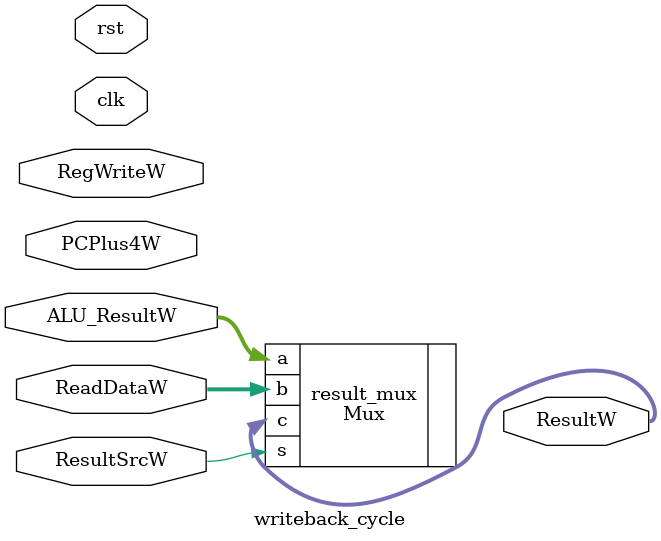
<source format=v>
module writeback_cycle(clk, rst, RegWriteW,ResultSrcW, PCPlus4W, ALU_ResultW, ReadDataW, ResultW);

// Declaration of IOs
input clk, rst, RegWriteW,ResultSrcW;
input [31:0] PCPlus4W, ALU_ResultW, ReadDataW;

output [31:0] ResultW;

// Declaration of Module
Mux result_mux (    
                .a(ALU_ResultW),
                .b(ReadDataW),
                .s(ResultSrcW),
                .c(ResultW));
endmodule
</source>
